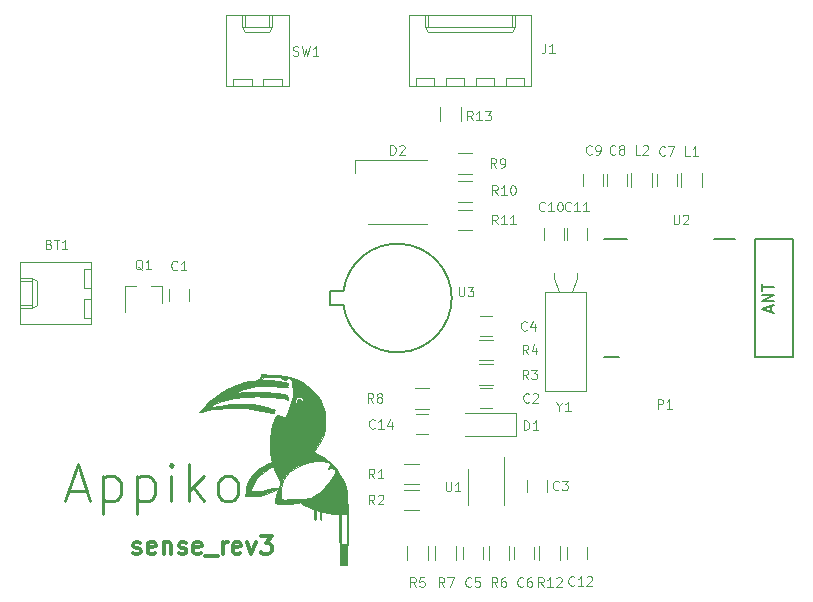
<source format=gto>
G04 #@! TF.FileFunction,Legend,Top*
%FSLAX46Y46*%
G04 Gerber Fmt 4.6, Leading zero omitted, Abs format (unit mm)*
G04 Created by KiCad (PCBNEW 4.0.7) date 12/08/17 15:57:13*
%MOMM*%
%LPD*%
G01*
G04 APERTURE LIST*
%ADD10C,0.100000*%
%ADD11C,0.300000*%
%ADD12C,0.010000*%
%ADD13C,0.120000*%
%ADD14C,0.150000*%
%ADD15C,0.250000*%
G04 APERTURE END LIST*
D10*
D11*
X140642858Y-113607143D02*
X140785715Y-113678571D01*
X141071430Y-113678571D01*
X141214287Y-113607143D01*
X141285715Y-113464286D01*
X141285715Y-113392857D01*
X141214287Y-113250000D01*
X141071430Y-113178571D01*
X140857144Y-113178571D01*
X140714287Y-113107143D01*
X140642858Y-112964286D01*
X140642858Y-112892857D01*
X140714287Y-112750000D01*
X140857144Y-112678571D01*
X141071430Y-112678571D01*
X141214287Y-112750000D01*
X142500001Y-113607143D02*
X142357144Y-113678571D01*
X142071430Y-113678571D01*
X141928573Y-113607143D01*
X141857144Y-113464286D01*
X141857144Y-112892857D01*
X141928573Y-112750000D01*
X142071430Y-112678571D01*
X142357144Y-112678571D01*
X142500001Y-112750000D01*
X142571430Y-112892857D01*
X142571430Y-113035714D01*
X141857144Y-113178571D01*
X143214287Y-112678571D02*
X143214287Y-113678571D01*
X143214287Y-112821429D02*
X143285715Y-112750000D01*
X143428573Y-112678571D01*
X143642858Y-112678571D01*
X143785715Y-112750000D01*
X143857144Y-112892857D01*
X143857144Y-113678571D01*
X144500001Y-113607143D02*
X144642858Y-113678571D01*
X144928573Y-113678571D01*
X145071430Y-113607143D01*
X145142858Y-113464286D01*
X145142858Y-113392857D01*
X145071430Y-113250000D01*
X144928573Y-113178571D01*
X144714287Y-113178571D01*
X144571430Y-113107143D01*
X144500001Y-112964286D01*
X144500001Y-112892857D01*
X144571430Y-112750000D01*
X144714287Y-112678571D01*
X144928573Y-112678571D01*
X145071430Y-112750000D01*
X146357144Y-113607143D02*
X146214287Y-113678571D01*
X145928573Y-113678571D01*
X145785716Y-113607143D01*
X145714287Y-113464286D01*
X145714287Y-112892857D01*
X145785716Y-112750000D01*
X145928573Y-112678571D01*
X146214287Y-112678571D01*
X146357144Y-112750000D01*
X146428573Y-112892857D01*
X146428573Y-113035714D01*
X145714287Y-113178571D01*
X146714287Y-113821429D02*
X147857144Y-113821429D01*
X148214287Y-113678571D02*
X148214287Y-112678571D01*
X148214287Y-112964286D02*
X148285715Y-112821429D01*
X148357144Y-112750000D01*
X148500001Y-112678571D01*
X148642858Y-112678571D01*
X149714286Y-113607143D02*
X149571429Y-113678571D01*
X149285715Y-113678571D01*
X149142858Y-113607143D01*
X149071429Y-113464286D01*
X149071429Y-112892857D01*
X149142858Y-112750000D01*
X149285715Y-112678571D01*
X149571429Y-112678571D01*
X149714286Y-112750000D01*
X149785715Y-112892857D01*
X149785715Y-113035714D01*
X149071429Y-113178571D01*
X150285715Y-112678571D02*
X150642858Y-113678571D01*
X151000000Y-112678571D01*
X151428572Y-112178571D02*
X152357143Y-112178571D01*
X151857143Y-112750000D01*
X152071429Y-112750000D01*
X152214286Y-112821429D01*
X152285715Y-112892857D01*
X152357143Y-113035714D01*
X152357143Y-113392857D01*
X152285715Y-113535714D01*
X152214286Y-113607143D01*
X152071429Y-113678571D01*
X151642857Y-113678571D01*
X151500000Y-113607143D01*
X151428572Y-113535714D01*
D12*
G36*
X151798149Y-98431476D02*
X151879924Y-98453429D01*
X151890400Y-98466472D01*
X151937736Y-98484269D01*
X152065920Y-98498708D01*
X152254212Y-98508104D01*
X152436500Y-98510859D01*
X152918577Y-98537586D01*
X153429595Y-98611731D01*
X153937283Y-98726037D01*
X154409371Y-98873250D01*
X154811056Y-99044821D01*
X155289684Y-99335620D01*
X155731581Y-99696441D01*
X156110806Y-100104722D01*
X156257158Y-100302400D01*
X156415997Y-100545608D01*
X156535307Y-100759073D01*
X156635095Y-100983512D01*
X156735372Y-101259646D01*
X156752480Y-101310393D01*
X156805310Y-101478763D01*
X156841713Y-101630367D01*
X156864661Y-101790904D01*
X156877129Y-101986076D01*
X156882089Y-102241584D01*
X156882698Y-102436000D01*
X156880824Y-102740565D01*
X156873227Y-102969240D01*
X156856945Y-103147693D01*
X156829014Y-103301597D01*
X156786474Y-103456623D01*
X156752982Y-103560026D01*
X156636330Y-103882949D01*
X156517496Y-104146262D01*
X156375395Y-104390179D01*
X156188946Y-104654918D01*
X156156154Y-104698509D01*
X156040806Y-104854417D01*
X155956031Y-104975782D01*
X155915158Y-105043237D01*
X155913811Y-105050639D01*
X155964373Y-105076034D01*
X156081523Y-105130699D01*
X156227545Y-105197201D01*
X156629547Y-105416928D01*
X157039140Y-105709693D01*
X157429821Y-106052826D01*
X157775081Y-106423658D01*
X157983047Y-106698589D01*
X158298446Y-107223750D01*
X158532004Y-107757928D01*
X158699489Y-108338333D01*
X158722161Y-108442527D01*
X158745512Y-108613030D01*
X158764916Y-108875950D01*
X158780292Y-109222178D01*
X158791559Y-109642603D01*
X158798637Y-110128117D01*
X158801443Y-110669611D01*
X158799897Y-111257974D01*
X158793919Y-111884097D01*
X158783426Y-112538872D01*
X158768338Y-113213188D01*
X158765555Y-113319900D01*
X158732131Y-114577200D01*
X158155068Y-114577200D01*
X158121644Y-113319900D01*
X158111699Y-112906328D01*
X158102921Y-112465810D01*
X158095780Y-112028112D01*
X158090742Y-111622999D01*
X158088278Y-111280237D01*
X158088110Y-111189412D01*
X158088000Y-110316225D01*
X157872100Y-110290003D01*
X157717406Y-110271268D01*
X157617515Y-110259200D01*
X158189600Y-110259200D01*
X158189600Y-112850000D01*
X158697600Y-112850000D01*
X158697600Y-110259200D01*
X158189600Y-110259200D01*
X157617515Y-110259200D01*
X157503146Y-110245383D01*
X157270626Y-110217339D01*
X157224400Y-110211770D01*
X157011313Y-110183969D01*
X156825688Y-110155938D01*
X156699545Y-110132627D01*
X156678300Y-110127354D01*
X156617355Y-110115762D01*
X156583137Y-110138203D01*
X156567949Y-110215128D01*
X156564096Y-110366982D01*
X156564000Y-110431075D01*
X156556936Y-110605954D01*
X156538170Y-110725949D01*
X156513200Y-110767200D01*
X156487047Y-110720275D01*
X156469008Y-110594776D01*
X156462400Y-110416569D01*
X156460495Y-110231715D01*
X156447976Y-110122531D01*
X156414635Y-110063087D01*
X156350265Y-110027452D01*
X156302419Y-110010169D01*
X156188794Y-109972228D01*
X156126454Y-109954563D01*
X156124619Y-109954400D01*
X156116343Y-110001190D01*
X156110111Y-110125531D01*
X156106978Y-110303380D01*
X156106800Y-110360800D01*
X156103210Y-110569320D01*
X156090188Y-110694461D01*
X156064350Y-110754262D01*
X156030600Y-110767200D01*
X155992411Y-110748701D01*
X155969080Y-110681382D01*
X155957459Y-110547511D01*
X155954400Y-110337843D01*
X155954400Y-109908487D01*
X155521926Y-109705823D01*
X155309981Y-109602328D01*
X155114955Y-109499791D01*
X154968447Y-109415088D01*
X154930501Y-109389976D01*
X154824235Y-109323088D01*
X154732893Y-109302373D01*
X154610705Y-109322217D01*
X154537475Y-109341769D01*
X154362387Y-109375492D01*
X154115371Y-109403924D01*
X153826027Y-109425605D01*
X153523955Y-109439071D01*
X153238754Y-109442860D01*
X153000024Y-109435511D01*
X152880710Y-109423611D01*
X152639210Y-109387396D01*
X152673065Y-109056946D01*
X152708361Y-108830528D01*
X152763297Y-108598301D01*
X152776945Y-108555850D01*
X153129540Y-108555850D01*
X153136720Y-108772959D01*
X153148535Y-108909695D01*
X153170827Y-108987275D01*
X153209440Y-109026918D01*
X153265138Y-109048344D01*
X153403185Y-109067343D01*
X153563820Y-109061924D01*
X153566800Y-109061535D01*
X153675005Y-109052250D01*
X153864325Y-109041232D01*
X154114314Y-109029460D01*
X154404521Y-109017913D01*
X154659000Y-109009272D01*
X154987942Y-108998228D01*
X155232897Y-108987036D01*
X155411451Y-108973231D01*
X155541188Y-108954350D01*
X155639697Y-108927931D01*
X155724561Y-108891510D01*
X155802000Y-108849185D01*
X156375347Y-108465975D01*
X156869673Y-108020068D01*
X157288991Y-107507315D01*
X157606526Y-106983412D01*
X157845136Y-106527024D01*
X157675992Y-106458006D01*
X157463226Y-106413359D01*
X157310067Y-106420455D01*
X157113284Y-106451922D01*
X157219642Y-106316710D01*
X157313595Y-106168045D01*
X157328823Y-106052451D01*
X157259943Y-105963920D01*
X157101571Y-105896447D01*
X156848326Y-105844022D01*
X156788163Y-105835143D01*
X156208188Y-105804150D01*
X155631013Y-105872558D01*
X155064932Y-106038317D01*
X154518234Y-106299377D01*
X154262503Y-106459723D01*
X153865208Y-106762019D01*
X153561690Y-107071558D01*
X153344358Y-107402386D01*
X153205616Y-107768555D01*
X153137871Y-108184112D01*
X153129540Y-108555850D01*
X152776945Y-108555850D01*
X152805455Y-108467176D01*
X152864995Y-108288725D01*
X152874345Y-108193916D01*
X152832659Y-108177572D01*
X152764263Y-108215901D01*
X152346293Y-108455185D01*
X151863567Y-108631774D01*
X151335034Y-108740561D01*
X150779641Y-108776437D01*
X150689919Y-108775079D01*
X150137800Y-108760600D01*
X150149568Y-108447496D01*
X150186428Y-108203947D01*
X150631379Y-108203947D01*
X150645253Y-108305794D01*
X150727545Y-108358690D01*
X150891572Y-108376988D01*
X150987105Y-108377815D01*
X151225264Y-108364651D01*
X151482097Y-108332992D01*
X151611000Y-108309170D01*
X151817382Y-108256594D01*
X152018487Y-108193739D01*
X152119000Y-108155664D01*
X152386008Y-108089435D01*
X152651068Y-108080791D01*
X152979936Y-108092563D01*
X153054651Y-107851977D01*
X153096385Y-107700154D01*
X153101186Y-107601950D01*
X153067767Y-107515846D01*
X153042969Y-107474796D01*
X152950547Y-107312672D01*
X152837021Y-107090578D01*
X152719015Y-106842877D01*
X152613150Y-106603935D01*
X152566650Y-106490051D01*
X152473274Y-106251503D01*
X152246746Y-106352923D01*
X152109049Y-106419691D01*
X152014521Y-106475024D01*
X151993408Y-106493224D01*
X151939240Y-106541505D01*
X151828331Y-106624440D01*
X151733433Y-106690697D01*
X151375985Y-106979668D01*
X151066623Y-107320566D01*
X150823278Y-107690602D01*
X150672609Y-108038795D01*
X150631379Y-108203947D01*
X150186428Y-108203947D01*
X150212355Y-108032637D01*
X150364882Y-107608539D01*
X150598981Y-107193102D01*
X150892390Y-106819582D01*
X151121114Y-106600213D01*
X151398070Y-106382323D01*
X151692446Y-106186974D01*
X151973431Y-106035230D01*
X152136092Y-105969359D01*
X152380710Y-105888110D01*
X152310442Y-105571755D01*
X152232051Y-105060058D01*
X152206500Y-104495822D01*
X152231522Y-103909518D01*
X152304853Y-103331615D01*
X152424224Y-102792581D01*
X152544301Y-102427770D01*
X152638116Y-102185218D01*
X152707920Y-102024480D01*
X152771247Y-101934651D01*
X152845631Y-101904827D01*
X152948607Y-101924105D01*
X153097710Y-101981580D01*
X153196876Y-102021973D01*
X153461952Y-102128437D01*
X153644354Y-101817214D01*
X153866672Y-101358565D01*
X154028886Y-100855765D01*
X154070393Y-100635391D01*
X154339998Y-100635391D01*
X154357430Y-100798818D01*
X154470969Y-100943894D01*
X154557400Y-101003042D01*
X154641406Y-101047537D01*
X154704275Y-101053738D01*
X154786389Y-101016598D01*
X154874900Y-100963356D01*
X155004531Y-100835661D01*
X155042237Y-100677604D01*
X154985502Y-100507075D01*
X154946720Y-100452460D01*
X154813556Y-100359794D01*
X154650217Y-100341379D01*
X154494941Y-100396345D01*
X154421393Y-100464390D01*
X154339998Y-100635391D01*
X154070393Y-100635391D01*
X154127361Y-100332933D01*
X154158460Y-99814190D01*
X154118546Y-99323656D01*
X154060374Y-99057800D01*
X154012527Y-98921238D01*
X153962901Y-98829866D01*
X153950273Y-98817277D01*
X153838240Y-98780386D01*
X153721569Y-98796155D01*
X153648874Y-98857716D01*
X153647961Y-98859988D01*
X153580240Y-98912865D01*
X153455389Y-98901025D01*
X153291292Y-98828270D01*
X153188898Y-98762322D01*
X153112093Y-98714567D01*
X153026382Y-98682804D01*
X152909942Y-98663885D01*
X152740951Y-98654662D01*
X152497586Y-98651989D01*
X152423800Y-98651974D01*
X152159757Y-98653868D01*
X151973907Y-98661397D01*
X151842860Y-98678218D01*
X151743226Y-98707984D01*
X151651617Y-98754350D01*
X151611000Y-98778974D01*
X151407800Y-98905400D01*
X151788800Y-98916637D01*
X152074137Y-98931905D01*
X152387883Y-98960084D01*
X152709830Y-98998130D01*
X153019772Y-99042998D01*
X153297502Y-99091643D01*
X153522815Y-99141023D01*
X153675505Y-99188093D01*
X153713341Y-99206579D01*
X153740125Y-99280218D01*
X153718516Y-99364398D01*
X153695474Y-99456598D01*
X153707757Y-99491144D01*
X153702198Y-99512664D01*
X153656312Y-99544126D01*
X153558655Y-99565601D01*
X153388662Y-99553012D01*
X153185588Y-99516569D01*
X152489120Y-99418443D01*
X151765588Y-99407535D01*
X151006667Y-99484137D01*
X150336351Y-99616176D01*
X150047675Y-99691881D01*
X149783671Y-99774509D01*
X149559445Y-99857921D01*
X149390103Y-99935973D01*
X149290752Y-100002525D01*
X149273998Y-100048074D01*
X149328804Y-100082409D01*
X149344219Y-100077619D01*
X149441482Y-100047779D01*
X149623054Y-100019820D01*
X149871647Y-99994594D01*
X150169976Y-99972949D01*
X150500753Y-99955737D01*
X150846693Y-99943808D01*
X151190508Y-99938011D01*
X151514912Y-99939196D01*
X151802620Y-99948215D01*
X151882527Y-99952790D01*
X152129630Y-99972953D01*
X152406988Y-100002239D01*
X152695662Y-100037862D01*
X152976710Y-100077034D01*
X153231191Y-100116969D01*
X153440165Y-100154880D01*
X153584691Y-100187979D01*
X153644746Y-100212093D01*
X153665106Y-100265329D01*
X153699704Y-100380427D01*
X153710713Y-100420039D01*
X153741213Y-100543807D01*
X153732411Y-100593931D01*
X153672066Y-100594698D01*
X153627127Y-100585881D01*
X153207633Y-100502290D01*
X152855632Y-100439387D01*
X152542861Y-100394351D01*
X152241054Y-100364361D01*
X151921948Y-100346595D01*
X151557281Y-100338233D01*
X151128400Y-100336441D01*
X150695068Y-100338999D01*
X150338893Y-100347271D01*
X150035488Y-100363623D01*
X149760464Y-100390423D01*
X149489434Y-100430038D01*
X149198010Y-100484833D01*
X148867800Y-100555839D01*
X148519206Y-100644248D01*
X148138890Y-100758213D01*
X147768100Y-100884382D01*
X147448083Y-101009402D01*
X147394600Y-101032738D01*
X147039000Y-101191400D01*
X147216800Y-101219455D01*
X147351249Y-101227765D01*
X147444049Y-101210875D01*
X147450074Y-101207196D01*
X147515687Y-101184875D01*
X147529845Y-101191179D01*
X147586643Y-101192194D01*
X147721307Y-101175984D01*
X147912140Y-101145561D01*
X148083971Y-101114292D01*
X148856182Y-100993036D01*
X149555915Y-100937898D01*
X150181190Y-100949014D01*
X150311052Y-100960622D01*
X150754817Y-101013650D01*
X151183749Y-101077893D01*
X151571450Y-101148855D01*
X151891525Y-101222039D01*
X151966600Y-101242653D01*
X152167813Y-101298925D01*
X152372297Y-101353512D01*
X152437146Y-101370072D01*
X152569164Y-101409381D01*
X152620232Y-101449081D01*
X152609635Y-101506156D01*
X152604033Y-101517052D01*
X152574130Y-101602498D01*
X152579214Y-101634681D01*
X152568589Y-101682439D01*
X152539327Y-101712728D01*
X152467948Y-101731083D01*
X152327979Y-101718062D01*
X152108137Y-101672262D01*
X152000233Y-101645700D01*
X151074942Y-101449310D01*
X150153501Y-101328064D01*
X149255716Y-101283820D01*
X148459892Y-101313367D01*
X147893245Y-101368314D01*
X147403359Y-101433799D01*
X146965620Y-101513591D01*
X146614203Y-101595985D01*
X146440064Y-101636172D01*
X146302254Y-101658998D01*
X146235070Y-101660023D01*
X146240802Y-101618728D01*
X146312007Y-101523125D01*
X146436679Y-101384629D01*
X146602814Y-101214655D01*
X146798405Y-101024619D01*
X147011447Y-100825937D01*
X147229934Y-100630024D01*
X147441862Y-100448296D01*
X147635225Y-100292168D01*
X147798016Y-100173055D01*
X147801000Y-100171047D01*
X148168323Y-99941473D01*
X148568759Y-99720561D01*
X148974996Y-99521587D01*
X149359722Y-99357829D01*
X149695623Y-99242565D01*
X149731400Y-99232611D01*
X150122570Y-99132188D01*
X150444328Y-99061832D01*
X150722492Y-99016191D01*
X150845070Y-99001802D01*
X151117061Y-98954597D01*
X151299879Y-98874415D01*
X151402316Y-98755203D01*
X151433200Y-98596912D01*
X151438290Y-98489927D01*
X151471993Y-98439265D01*
X151561956Y-98423869D01*
X151661800Y-98422800D01*
X151798149Y-98431476D01*
X151798149Y-98431476D01*
G37*
X151798149Y-98431476D02*
X151879924Y-98453429D01*
X151890400Y-98466472D01*
X151937736Y-98484269D01*
X152065920Y-98498708D01*
X152254212Y-98508104D01*
X152436500Y-98510859D01*
X152918577Y-98537586D01*
X153429595Y-98611731D01*
X153937283Y-98726037D01*
X154409371Y-98873250D01*
X154811056Y-99044821D01*
X155289684Y-99335620D01*
X155731581Y-99696441D01*
X156110806Y-100104722D01*
X156257158Y-100302400D01*
X156415997Y-100545608D01*
X156535307Y-100759073D01*
X156635095Y-100983512D01*
X156735372Y-101259646D01*
X156752480Y-101310393D01*
X156805310Y-101478763D01*
X156841713Y-101630367D01*
X156864661Y-101790904D01*
X156877129Y-101986076D01*
X156882089Y-102241584D01*
X156882698Y-102436000D01*
X156880824Y-102740565D01*
X156873227Y-102969240D01*
X156856945Y-103147693D01*
X156829014Y-103301597D01*
X156786474Y-103456623D01*
X156752982Y-103560026D01*
X156636330Y-103882949D01*
X156517496Y-104146262D01*
X156375395Y-104390179D01*
X156188946Y-104654918D01*
X156156154Y-104698509D01*
X156040806Y-104854417D01*
X155956031Y-104975782D01*
X155915158Y-105043237D01*
X155913811Y-105050639D01*
X155964373Y-105076034D01*
X156081523Y-105130699D01*
X156227545Y-105197201D01*
X156629547Y-105416928D01*
X157039140Y-105709693D01*
X157429821Y-106052826D01*
X157775081Y-106423658D01*
X157983047Y-106698589D01*
X158298446Y-107223750D01*
X158532004Y-107757928D01*
X158699489Y-108338333D01*
X158722161Y-108442527D01*
X158745512Y-108613030D01*
X158764916Y-108875950D01*
X158780292Y-109222178D01*
X158791559Y-109642603D01*
X158798637Y-110128117D01*
X158801443Y-110669611D01*
X158799897Y-111257974D01*
X158793919Y-111884097D01*
X158783426Y-112538872D01*
X158768338Y-113213188D01*
X158765555Y-113319900D01*
X158732131Y-114577200D01*
X158155068Y-114577200D01*
X158121644Y-113319900D01*
X158111699Y-112906328D01*
X158102921Y-112465810D01*
X158095780Y-112028112D01*
X158090742Y-111622999D01*
X158088278Y-111280237D01*
X158088110Y-111189412D01*
X158088000Y-110316225D01*
X157872100Y-110290003D01*
X157717406Y-110271268D01*
X157617515Y-110259200D01*
X158189600Y-110259200D01*
X158189600Y-112850000D01*
X158697600Y-112850000D01*
X158697600Y-110259200D01*
X158189600Y-110259200D01*
X157617515Y-110259200D01*
X157503146Y-110245383D01*
X157270626Y-110217339D01*
X157224400Y-110211770D01*
X157011313Y-110183969D01*
X156825688Y-110155938D01*
X156699545Y-110132627D01*
X156678300Y-110127354D01*
X156617355Y-110115762D01*
X156583137Y-110138203D01*
X156567949Y-110215128D01*
X156564096Y-110366982D01*
X156564000Y-110431075D01*
X156556936Y-110605954D01*
X156538170Y-110725949D01*
X156513200Y-110767200D01*
X156487047Y-110720275D01*
X156469008Y-110594776D01*
X156462400Y-110416569D01*
X156460495Y-110231715D01*
X156447976Y-110122531D01*
X156414635Y-110063087D01*
X156350265Y-110027452D01*
X156302419Y-110010169D01*
X156188794Y-109972228D01*
X156126454Y-109954563D01*
X156124619Y-109954400D01*
X156116343Y-110001190D01*
X156110111Y-110125531D01*
X156106978Y-110303380D01*
X156106800Y-110360800D01*
X156103210Y-110569320D01*
X156090188Y-110694461D01*
X156064350Y-110754262D01*
X156030600Y-110767200D01*
X155992411Y-110748701D01*
X155969080Y-110681382D01*
X155957459Y-110547511D01*
X155954400Y-110337843D01*
X155954400Y-109908487D01*
X155521926Y-109705823D01*
X155309981Y-109602328D01*
X155114955Y-109499791D01*
X154968447Y-109415088D01*
X154930501Y-109389976D01*
X154824235Y-109323088D01*
X154732893Y-109302373D01*
X154610705Y-109322217D01*
X154537475Y-109341769D01*
X154362387Y-109375492D01*
X154115371Y-109403924D01*
X153826027Y-109425605D01*
X153523955Y-109439071D01*
X153238754Y-109442860D01*
X153000024Y-109435511D01*
X152880710Y-109423611D01*
X152639210Y-109387396D01*
X152673065Y-109056946D01*
X152708361Y-108830528D01*
X152763297Y-108598301D01*
X152776945Y-108555850D01*
X153129540Y-108555850D01*
X153136720Y-108772959D01*
X153148535Y-108909695D01*
X153170827Y-108987275D01*
X153209440Y-109026918D01*
X153265138Y-109048344D01*
X153403185Y-109067343D01*
X153563820Y-109061924D01*
X153566800Y-109061535D01*
X153675005Y-109052250D01*
X153864325Y-109041232D01*
X154114314Y-109029460D01*
X154404521Y-109017913D01*
X154659000Y-109009272D01*
X154987942Y-108998228D01*
X155232897Y-108987036D01*
X155411451Y-108973231D01*
X155541188Y-108954350D01*
X155639697Y-108927931D01*
X155724561Y-108891510D01*
X155802000Y-108849185D01*
X156375347Y-108465975D01*
X156869673Y-108020068D01*
X157288991Y-107507315D01*
X157606526Y-106983412D01*
X157845136Y-106527024D01*
X157675992Y-106458006D01*
X157463226Y-106413359D01*
X157310067Y-106420455D01*
X157113284Y-106451922D01*
X157219642Y-106316710D01*
X157313595Y-106168045D01*
X157328823Y-106052451D01*
X157259943Y-105963920D01*
X157101571Y-105896447D01*
X156848326Y-105844022D01*
X156788163Y-105835143D01*
X156208188Y-105804150D01*
X155631013Y-105872558D01*
X155064932Y-106038317D01*
X154518234Y-106299377D01*
X154262503Y-106459723D01*
X153865208Y-106762019D01*
X153561690Y-107071558D01*
X153344358Y-107402386D01*
X153205616Y-107768555D01*
X153137871Y-108184112D01*
X153129540Y-108555850D01*
X152776945Y-108555850D01*
X152805455Y-108467176D01*
X152864995Y-108288725D01*
X152874345Y-108193916D01*
X152832659Y-108177572D01*
X152764263Y-108215901D01*
X152346293Y-108455185D01*
X151863567Y-108631774D01*
X151335034Y-108740561D01*
X150779641Y-108776437D01*
X150689919Y-108775079D01*
X150137800Y-108760600D01*
X150149568Y-108447496D01*
X150186428Y-108203947D01*
X150631379Y-108203947D01*
X150645253Y-108305794D01*
X150727545Y-108358690D01*
X150891572Y-108376988D01*
X150987105Y-108377815D01*
X151225264Y-108364651D01*
X151482097Y-108332992D01*
X151611000Y-108309170D01*
X151817382Y-108256594D01*
X152018487Y-108193739D01*
X152119000Y-108155664D01*
X152386008Y-108089435D01*
X152651068Y-108080791D01*
X152979936Y-108092563D01*
X153054651Y-107851977D01*
X153096385Y-107700154D01*
X153101186Y-107601950D01*
X153067767Y-107515846D01*
X153042969Y-107474796D01*
X152950547Y-107312672D01*
X152837021Y-107090578D01*
X152719015Y-106842877D01*
X152613150Y-106603935D01*
X152566650Y-106490051D01*
X152473274Y-106251503D01*
X152246746Y-106352923D01*
X152109049Y-106419691D01*
X152014521Y-106475024D01*
X151993408Y-106493224D01*
X151939240Y-106541505D01*
X151828331Y-106624440D01*
X151733433Y-106690697D01*
X151375985Y-106979668D01*
X151066623Y-107320566D01*
X150823278Y-107690602D01*
X150672609Y-108038795D01*
X150631379Y-108203947D01*
X150186428Y-108203947D01*
X150212355Y-108032637D01*
X150364882Y-107608539D01*
X150598981Y-107193102D01*
X150892390Y-106819582D01*
X151121114Y-106600213D01*
X151398070Y-106382323D01*
X151692446Y-106186974D01*
X151973431Y-106035230D01*
X152136092Y-105969359D01*
X152380710Y-105888110D01*
X152310442Y-105571755D01*
X152232051Y-105060058D01*
X152206500Y-104495822D01*
X152231522Y-103909518D01*
X152304853Y-103331615D01*
X152424224Y-102792581D01*
X152544301Y-102427770D01*
X152638116Y-102185218D01*
X152707920Y-102024480D01*
X152771247Y-101934651D01*
X152845631Y-101904827D01*
X152948607Y-101924105D01*
X153097710Y-101981580D01*
X153196876Y-102021973D01*
X153461952Y-102128437D01*
X153644354Y-101817214D01*
X153866672Y-101358565D01*
X154028886Y-100855765D01*
X154070393Y-100635391D01*
X154339998Y-100635391D01*
X154357430Y-100798818D01*
X154470969Y-100943894D01*
X154557400Y-101003042D01*
X154641406Y-101047537D01*
X154704275Y-101053738D01*
X154786389Y-101016598D01*
X154874900Y-100963356D01*
X155004531Y-100835661D01*
X155042237Y-100677604D01*
X154985502Y-100507075D01*
X154946720Y-100452460D01*
X154813556Y-100359794D01*
X154650217Y-100341379D01*
X154494941Y-100396345D01*
X154421393Y-100464390D01*
X154339998Y-100635391D01*
X154070393Y-100635391D01*
X154127361Y-100332933D01*
X154158460Y-99814190D01*
X154118546Y-99323656D01*
X154060374Y-99057800D01*
X154012527Y-98921238D01*
X153962901Y-98829866D01*
X153950273Y-98817277D01*
X153838240Y-98780386D01*
X153721569Y-98796155D01*
X153648874Y-98857716D01*
X153647961Y-98859988D01*
X153580240Y-98912865D01*
X153455389Y-98901025D01*
X153291292Y-98828270D01*
X153188898Y-98762322D01*
X153112093Y-98714567D01*
X153026382Y-98682804D01*
X152909942Y-98663885D01*
X152740951Y-98654662D01*
X152497586Y-98651989D01*
X152423800Y-98651974D01*
X152159757Y-98653868D01*
X151973907Y-98661397D01*
X151842860Y-98678218D01*
X151743226Y-98707984D01*
X151651617Y-98754350D01*
X151611000Y-98778974D01*
X151407800Y-98905400D01*
X151788800Y-98916637D01*
X152074137Y-98931905D01*
X152387883Y-98960084D01*
X152709830Y-98998130D01*
X153019772Y-99042998D01*
X153297502Y-99091643D01*
X153522815Y-99141023D01*
X153675505Y-99188093D01*
X153713341Y-99206579D01*
X153740125Y-99280218D01*
X153718516Y-99364398D01*
X153695474Y-99456598D01*
X153707757Y-99491144D01*
X153702198Y-99512664D01*
X153656312Y-99544126D01*
X153558655Y-99565601D01*
X153388662Y-99553012D01*
X153185588Y-99516569D01*
X152489120Y-99418443D01*
X151765588Y-99407535D01*
X151006667Y-99484137D01*
X150336351Y-99616176D01*
X150047675Y-99691881D01*
X149783671Y-99774509D01*
X149559445Y-99857921D01*
X149390103Y-99935973D01*
X149290752Y-100002525D01*
X149273998Y-100048074D01*
X149328804Y-100082409D01*
X149344219Y-100077619D01*
X149441482Y-100047779D01*
X149623054Y-100019820D01*
X149871647Y-99994594D01*
X150169976Y-99972949D01*
X150500753Y-99955737D01*
X150846693Y-99943808D01*
X151190508Y-99938011D01*
X151514912Y-99939196D01*
X151802620Y-99948215D01*
X151882527Y-99952790D01*
X152129630Y-99972953D01*
X152406988Y-100002239D01*
X152695662Y-100037862D01*
X152976710Y-100077034D01*
X153231191Y-100116969D01*
X153440165Y-100154880D01*
X153584691Y-100187979D01*
X153644746Y-100212093D01*
X153665106Y-100265329D01*
X153699704Y-100380427D01*
X153710713Y-100420039D01*
X153741213Y-100543807D01*
X153732411Y-100593931D01*
X153672066Y-100594698D01*
X153627127Y-100585881D01*
X153207633Y-100502290D01*
X152855632Y-100439387D01*
X152542861Y-100394351D01*
X152241054Y-100364361D01*
X151921948Y-100346595D01*
X151557281Y-100338233D01*
X151128400Y-100336441D01*
X150695068Y-100338999D01*
X150338893Y-100347271D01*
X150035488Y-100363623D01*
X149760464Y-100390423D01*
X149489434Y-100430038D01*
X149198010Y-100484833D01*
X148867800Y-100555839D01*
X148519206Y-100644248D01*
X148138890Y-100758213D01*
X147768100Y-100884382D01*
X147448083Y-101009402D01*
X147394600Y-101032738D01*
X147039000Y-101191400D01*
X147216800Y-101219455D01*
X147351249Y-101227765D01*
X147444049Y-101210875D01*
X147450074Y-101207196D01*
X147515687Y-101184875D01*
X147529845Y-101191179D01*
X147586643Y-101192194D01*
X147721307Y-101175984D01*
X147912140Y-101145561D01*
X148083971Y-101114292D01*
X148856182Y-100993036D01*
X149555915Y-100937898D01*
X150181190Y-100949014D01*
X150311052Y-100960622D01*
X150754817Y-101013650D01*
X151183749Y-101077893D01*
X151571450Y-101148855D01*
X151891525Y-101222039D01*
X151966600Y-101242653D01*
X152167813Y-101298925D01*
X152372297Y-101353512D01*
X152437146Y-101370072D01*
X152569164Y-101409381D01*
X152620232Y-101449081D01*
X152609635Y-101506156D01*
X152604033Y-101517052D01*
X152574130Y-101602498D01*
X152579214Y-101634681D01*
X152568589Y-101682439D01*
X152539327Y-101712728D01*
X152467948Y-101731083D01*
X152327979Y-101718062D01*
X152108137Y-101672262D01*
X152000233Y-101645700D01*
X151074942Y-101449310D01*
X150153501Y-101328064D01*
X149255716Y-101283820D01*
X148459892Y-101313367D01*
X147893245Y-101368314D01*
X147403359Y-101433799D01*
X146965620Y-101513591D01*
X146614203Y-101595985D01*
X146440064Y-101636172D01*
X146302254Y-101658998D01*
X146235070Y-101660023D01*
X146240802Y-101618728D01*
X146312007Y-101523125D01*
X146436679Y-101384629D01*
X146602814Y-101214655D01*
X146798405Y-101024619D01*
X147011447Y-100825937D01*
X147229934Y-100630024D01*
X147441862Y-100448296D01*
X147635225Y-100292168D01*
X147798016Y-100173055D01*
X147801000Y-100171047D01*
X148168323Y-99941473D01*
X148568759Y-99720561D01*
X148974996Y-99521587D01*
X149359722Y-99357829D01*
X149695623Y-99242565D01*
X149731400Y-99232611D01*
X150122570Y-99132188D01*
X150444328Y-99061832D01*
X150722492Y-99016191D01*
X150845070Y-99001802D01*
X151117061Y-98954597D01*
X151299879Y-98874415D01*
X151402316Y-98755203D01*
X151433200Y-98596912D01*
X151438290Y-98489927D01*
X151471993Y-98439265D01*
X151561956Y-98423869D01*
X151661800Y-98422800D01*
X151798149Y-98431476D01*
G36*
X154827118Y-100635471D02*
X154885553Y-100714417D01*
X154887600Y-100731832D01*
X154851391Y-100871698D01*
X154761695Y-100953216D01*
X154646907Y-100963760D01*
X154535420Y-100890708D01*
X154534023Y-100889037D01*
X154497946Y-100777505D01*
X154531659Y-100658785D01*
X154613813Y-100586675D01*
X154721477Y-100584905D01*
X154827118Y-100635471D01*
X154827118Y-100635471D01*
G37*
X154827118Y-100635471D02*
X154885553Y-100714417D01*
X154887600Y-100731832D01*
X154851391Y-100871698D01*
X154761695Y-100953216D01*
X154646907Y-100963760D01*
X154535420Y-100890708D01*
X154534023Y-100889037D01*
X154497946Y-100777505D01*
X154531659Y-100658785D01*
X154613813Y-100586675D01*
X154721477Y-100584905D01*
X154827118Y-100635471D01*
D13*
X137060000Y-88950000D02*
X131060000Y-88950000D01*
X131060000Y-88950000D02*
X131060000Y-94230000D01*
X131060000Y-94230000D02*
X137060000Y-94230000D01*
X137060000Y-94230000D02*
X137060000Y-88950000D01*
X131060000Y-90320000D02*
X132060000Y-90320000D01*
X132060000Y-90320000D02*
X132060000Y-92860000D01*
X132060000Y-92860000D02*
X131060000Y-92860000D01*
X132060000Y-90320000D02*
X132490000Y-90570000D01*
X132490000Y-90570000D02*
X132490000Y-92610000D01*
X132490000Y-92610000D02*
X132060000Y-92860000D01*
X131060000Y-90570000D02*
X132060000Y-90570000D01*
X131060000Y-92610000D02*
X132060000Y-92610000D01*
X137060000Y-89520000D02*
X136440000Y-89520000D01*
X136440000Y-89520000D02*
X136440000Y-91120000D01*
X136440000Y-91120000D02*
X137060000Y-91120000D01*
X137060000Y-92060000D02*
X136440000Y-92060000D01*
X136440000Y-92060000D02*
X136440000Y-93660000D01*
X136440000Y-93660000D02*
X137060000Y-93660000D01*
X145350000Y-92250000D02*
X145350000Y-91250000D01*
X143650000Y-91250000D02*
X143650000Y-92250000D01*
X171000000Y-99650000D02*
X170000000Y-99650000D01*
X170000000Y-101350000D02*
X171000000Y-101350000D01*
X175650000Y-108400000D02*
X175650000Y-107400000D01*
X173950000Y-107400000D02*
X173950000Y-108400000D01*
X170000000Y-95250000D02*
X171000000Y-95250000D01*
X171000000Y-93550000D02*
X170000000Y-93550000D01*
X168550000Y-113100000D02*
X168550000Y-114100000D01*
X170250000Y-114100000D02*
X170250000Y-113100000D01*
X172850000Y-113100000D02*
X172850000Y-114100000D01*
X174550000Y-114100000D02*
X174550000Y-113100000D01*
X184950000Y-81500000D02*
X184950000Y-82500000D01*
X186650000Y-82500000D02*
X186650000Y-81500000D01*
X180750000Y-81500000D02*
X180750000Y-82500000D01*
X182450000Y-82500000D02*
X182450000Y-81500000D01*
X178750000Y-81500000D02*
X178750000Y-82500000D01*
X180450000Y-82500000D02*
X180450000Y-81500000D01*
X175430000Y-86090000D02*
X175430000Y-87090000D01*
X177130000Y-87090000D02*
X177130000Y-86090000D01*
X177350000Y-86090000D02*
X177350000Y-87090000D01*
X179050000Y-87090000D02*
X179050000Y-86090000D01*
X177350000Y-113100000D02*
X177350000Y-114100000D01*
X179050000Y-114100000D02*
X179050000Y-113100000D01*
X165600000Y-101850000D02*
X164600000Y-101850000D01*
X164600000Y-103550000D02*
X165600000Y-103550000D01*
X168750000Y-103700000D02*
X173050000Y-103700000D01*
X173050000Y-103700000D02*
X173050000Y-101700000D01*
X173050000Y-101700000D02*
X168750000Y-101700000D01*
X159400000Y-80300000D02*
X165500000Y-80300000D01*
X159400000Y-81400000D02*
X159400000Y-80300000D01*
X165500000Y-85700000D02*
X160500000Y-85700000D01*
X174330000Y-74030000D02*
X174330000Y-68030000D01*
X174330000Y-68030000D02*
X163970000Y-68030000D01*
X163970000Y-68030000D02*
X163970000Y-74030000D01*
X163970000Y-74030000D02*
X174330000Y-74030000D01*
X172960000Y-68030000D02*
X172960000Y-69030000D01*
X172960000Y-69030000D02*
X165340000Y-69030000D01*
X165340000Y-69030000D02*
X165340000Y-68030000D01*
X172960000Y-69030000D02*
X172710000Y-69460000D01*
X172710000Y-69460000D02*
X165590000Y-69460000D01*
X165590000Y-69460000D02*
X165340000Y-69030000D01*
X172710000Y-68030000D02*
X172710000Y-69030000D01*
X165590000Y-68030000D02*
X165590000Y-69030000D01*
X173760000Y-74030000D02*
X173760000Y-73410000D01*
X173760000Y-73410000D02*
X172160000Y-73410000D01*
X172160000Y-73410000D02*
X172160000Y-74030000D01*
X171220000Y-74030000D02*
X171220000Y-73410000D01*
X171220000Y-73410000D02*
X169620000Y-73410000D01*
X169620000Y-73410000D02*
X169620000Y-74030000D01*
X168680000Y-74030000D02*
X168680000Y-73410000D01*
X168680000Y-73410000D02*
X167080000Y-73410000D01*
X167080000Y-73410000D02*
X167080000Y-74030000D01*
X166140000Y-74030000D02*
X166140000Y-73410000D01*
X166140000Y-73410000D02*
X164540000Y-73410000D01*
X164540000Y-73410000D02*
X164540000Y-74030000D01*
X188780000Y-81400000D02*
X188780000Y-82600000D01*
X187020000Y-82600000D02*
X187020000Y-81400000D01*
X182820000Y-82600000D02*
X182820000Y-81400000D01*
X184580000Y-81400000D02*
X184580000Y-82600000D01*
X143080000Y-90990000D02*
X142150000Y-90990000D01*
X139920000Y-90990000D02*
X140850000Y-90990000D01*
X139920000Y-90990000D02*
X139920000Y-93150000D01*
X143080000Y-90990000D02*
X143080000Y-92450000D01*
X164800000Y-107780000D02*
X163600000Y-107780000D01*
X163600000Y-106020000D02*
X164800000Y-106020000D01*
X163600000Y-108220000D02*
X164800000Y-108220000D01*
X164800000Y-109980000D02*
X163600000Y-109980000D01*
X171100000Y-99380000D02*
X169900000Y-99380000D01*
X169900000Y-97620000D02*
X171100000Y-97620000D01*
X169900000Y-95520000D02*
X171100000Y-95520000D01*
X171100000Y-97280000D02*
X169900000Y-97280000D01*
X165580000Y-113000000D02*
X165580000Y-114200000D01*
X163820000Y-114200000D02*
X163820000Y-113000000D01*
X172480000Y-113000000D02*
X172480000Y-114200000D01*
X170720000Y-114200000D02*
X170720000Y-113000000D01*
X167980000Y-113000000D02*
X167980000Y-114200000D01*
X166220000Y-114200000D02*
X166220000Y-113000000D01*
X165700000Y-101380000D02*
X164500000Y-101380000D01*
X164500000Y-99620000D02*
X165700000Y-99620000D01*
X168100000Y-79720000D02*
X169300000Y-79720000D01*
X169300000Y-81480000D02*
X168100000Y-81480000D01*
X168100000Y-82120000D02*
X169300000Y-82120000D01*
X169300000Y-83880000D02*
X168100000Y-83880000D01*
X168100000Y-84520000D02*
X169300000Y-84520000D01*
X169300000Y-86280000D02*
X168100000Y-86280000D01*
X176780000Y-113000000D02*
X176780000Y-114200000D01*
X175020000Y-114200000D02*
X175020000Y-113000000D01*
X168360000Y-75850000D02*
X168360000Y-77050000D01*
X166600000Y-77050000D02*
X166600000Y-75850000D01*
X153790000Y-74050000D02*
X153790000Y-68050000D01*
X153790000Y-68050000D02*
X148510000Y-68050000D01*
X148510000Y-68050000D02*
X148510000Y-74050000D01*
X148510000Y-74050000D02*
X153790000Y-74050000D01*
X152420000Y-68050000D02*
X152420000Y-69050000D01*
X152420000Y-69050000D02*
X149880000Y-69050000D01*
X149880000Y-69050000D02*
X149880000Y-68050000D01*
X152420000Y-69050000D02*
X152170000Y-69480000D01*
X152170000Y-69480000D02*
X150130000Y-69480000D01*
X150130000Y-69480000D02*
X149880000Y-69050000D01*
X152170000Y-68050000D02*
X152170000Y-69050000D01*
X150130000Y-68050000D02*
X150130000Y-69050000D01*
X153220000Y-74050000D02*
X153220000Y-73430000D01*
X153220000Y-73430000D02*
X151620000Y-73430000D01*
X151620000Y-73430000D02*
X151620000Y-74050000D01*
X150680000Y-74050000D02*
X150680000Y-73430000D01*
X150680000Y-73430000D02*
X149080000Y-73430000D01*
X149080000Y-73430000D02*
X149080000Y-74050000D01*
X169000000Y-109500000D02*
X169000000Y-106500000D01*
X172000000Y-109500000D02*
X172000000Y-105500000D01*
D14*
X193250000Y-97000000D02*
X193250000Y-87000000D01*
X196500000Y-87000000D02*
X196500000Y-97000000D01*
X189819400Y-86996200D02*
X191572000Y-86996200D01*
X196499600Y-86996200D02*
X193248400Y-86996200D01*
X180523000Y-86996200D02*
X182453400Y-86996200D01*
X180497600Y-97003800D02*
X181767600Y-97003800D01*
X196499600Y-97003800D02*
X193248400Y-97003800D01*
X157286000Y-91427000D02*
X157286000Y-92573000D01*
X158436000Y-92573000D02*
X157286000Y-92573000D01*
X158436000Y-91427000D02*
X157286000Y-91427000D01*
X158436887Y-92580023D02*
G75*
G03X158436000Y-91427000I4563113J580023D01*
G01*
D13*
X175540000Y-91490000D02*
X175540000Y-99890000D01*
X175540000Y-99890000D02*
X178940000Y-99890000D01*
X178940000Y-99890000D02*
X178940000Y-91490000D01*
X178940000Y-91490000D02*
X175540000Y-91490000D01*
X176695000Y-91490000D02*
X176290000Y-90340000D01*
X176290000Y-90340000D02*
X176290000Y-89890000D01*
X177785000Y-91490000D02*
X178190000Y-90340000D01*
X178190000Y-90340000D02*
X178190000Y-89890000D01*
D15*
X135178096Y-108303333D02*
X136701905Y-108303333D01*
X134873334Y-109217619D02*
X135940001Y-106017619D01*
X137006667Y-109217619D01*
X138073334Y-107084286D02*
X138073334Y-110284286D01*
X138073334Y-107236667D02*
X138378096Y-107084286D01*
X138987619Y-107084286D01*
X139292381Y-107236667D01*
X139444762Y-107389048D01*
X139597143Y-107693810D01*
X139597143Y-108608095D01*
X139444762Y-108912857D01*
X139292381Y-109065238D01*
X138987619Y-109217619D01*
X138378096Y-109217619D01*
X138073334Y-109065238D01*
X140968572Y-107084286D02*
X140968572Y-110284286D01*
X140968572Y-107236667D02*
X141273334Y-107084286D01*
X141882857Y-107084286D01*
X142187619Y-107236667D01*
X142340000Y-107389048D01*
X142492381Y-107693810D01*
X142492381Y-108608095D01*
X142340000Y-108912857D01*
X142187619Y-109065238D01*
X141882857Y-109217619D01*
X141273334Y-109217619D01*
X140968572Y-109065238D01*
X143863810Y-109217619D02*
X143863810Y-107084286D01*
X143863810Y-106017619D02*
X143711429Y-106170000D01*
X143863810Y-106322381D01*
X144016191Y-106170000D01*
X143863810Y-106017619D01*
X143863810Y-106322381D01*
X145387620Y-109217619D02*
X145387620Y-106017619D01*
X145692382Y-107998571D02*
X146606667Y-109217619D01*
X146606667Y-107084286D02*
X145387620Y-108303333D01*
X148435239Y-109217619D02*
X148130477Y-109065238D01*
X147978096Y-108912857D01*
X147825715Y-108608095D01*
X147825715Y-107693810D01*
X147978096Y-107389048D01*
X148130477Y-107236667D01*
X148435239Y-107084286D01*
X148892381Y-107084286D01*
X149197143Y-107236667D01*
X149349524Y-107389048D01*
X149501905Y-107693810D01*
X149501905Y-108608095D01*
X149349524Y-108912857D01*
X149197143Y-109065238D01*
X148892381Y-109217619D01*
X148435239Y-109217619D01*
D13*
X133497429Y-87444857D02*
X133611715Y-87482952D01*
X133649810Y-87521048D01*
X133687905Y-87597238D01*
X133687905Y-87711524D01*
X133649810Y-87787714D01*
X133611715Y-87825810D01*
X133535524Y-87863905D01*
X133230762Y-87863905D01*
X133230762Y-87063905D01*
X133497429Y-87063905D01*
X133573619Y-87102000D01*
X133611715Y-87140095D01*
X133649810Y-87216286D01*
X133649810Y-87292476D01*
X133611715Y-87368667D01*
X133573619Y-87406762D01*
X133497429Y-87444857D01*
X133230762Y-87444857D01*
X133916476Y-87063905D02*
X134373619Y-87063905D01*
X134145048Y-87863905D02*
X134145048Y-87063905D01*
X135059334Y-87863905D02*
X134602191Y-87863905D01*
X134830762Y-87863905D02*
X134830762Y-87063905D01*
X134754572Y-87178190D01*
X134678381Y-87254381D01*
X134602191Y-87292476D01*
X144366667Y-89585714D02*
X144328572Y-89623810D01*
X144214286Y-89661905D01*
X144138096Y-89661905D01*
X144023810Y-89623810D01*
X143947619Y-89547619D01*
X143909524Y-89471429D01*
X143871429Y-89319048D01*
X143871429Y-89204762D01*
X143909524Y-89052381D01*
X143947619Y-88976190D01*
X144023810Y-88900000D01*
X144138096Y-88861905D01*
X144214286Y-88861905D01*
X144328572Y-88900000D01*
X144366667Y-88938095D01*
X145128572Y-89661905D02*
X144671429Y-89661905D01*
X144900000Y-89661905D02*
X144900000Y-88861905D01*
X144823810Y-88976190D01*
X144747619Y-89052381D01*
X144671429Y-89090476D01*
X174166667Y-100785714D02*
X174128572Y-100823810D01*
X174014286Y-100861905D01*
X173938096Y-100861905D01*
X173823810Y-100823810D01*
X173747619Y-100747619D01*
X173709524Y-100671429D01*
X173671429Y-100519048D01*
X173671429Y-100404762D01*
X173709524Y-100252381D01*
X173747619Y-100176190D01*
X173823810Y-100100000D01*
X173938096Y-100061905D01*
X174014286Y-100061905D01*
X174128572Y-100100000D01*
X174166667Y-100138095D01*
X174471429Y-100138095D02*
X174509524Y-100100000D01*
X174585715Y-100061905D01*
X174776191Y-100061905D01*
X174852381Y-100100000D01*
X174890477Y-100138095D01*
X174928572Y-100214286D01*
X174928572Y-100290476D01*
X174890477Y-100404762D01*
X174433334Y-100861905D01*
X174928572Y-100861905D01*
X176666667Y-108185714D02*
X176628572Y-108223810D01*
X176514286Y-108261905D01*
X176438096Y-108261905D01*
X176323810Y-108223810D01*
X176247619Y-108147619D01*
X176209524Y-108071429D01*
X176171429Y-107919048D01*
X176171429Y-107804762D01*
X176209524Y-107652381D01*
X176247619Y-107576190D01*
X176323810Y-107500000D01*
X176438096Y-107461905D01*
X176514286Y-107461905D01*
X176628572Y-107500000D01*
X176666667Y-107538095D01*
X176933334Y-107461905D02*
X177428572Y-107461905D01*
X177161905Y-107766667D01*
X177276191Y-107766667D01*
X177352381Y-107804762D01*
X177390477Y-107842857D01*
X177428572Y-107919048D01*
X177428572Y-108109524D01*
X177390477Y-108185714D01*
X177352381Y-108223810D01*
X177276191Y-108261905D01*
X177047619Y-108261905D01*
X176971429Y-108223810D01*
X176933334Y-108185714D01*
X173966667Y-94685714D02*
X173928572Y-94723810D01*
X173814286Y-94761905D01*
X173738096Y-94761905D01*
X173623810Y-94723810D01*
X173547619Y-94647619D01*
X173509524Y-94571429D01*
X173471429Y-94419048D01*
X173471429Y-94304762D01*
X173509524Y-94152381D01*
X173547619Y-94076190D01*
X173623810Y-94000000D01*
X173738096Y-93961905D01*
X173814286Y-93961905D01*
X173928572Y-94000000D01*
X173966667Y-94038095D01*
X174652381Y-94228571D02*
X174652381Y-94761905D01*
X174461905Y-93923810D02*
X174271429Y-94495238D01*
X174766667Y-94495238D01*
X169266667Y-116385714D02*
X169228572Y-116423810D01*
X169114286Y-116461905D01*
X169038096Y-116461905D01*
X168923810Y-116423810D01*
X168847619Y-116347619D01*
X168809524Y-116271429D01*
X168771429Y-116119048D01*
X168771429Y-116004762D01*
X168809524Y-115852381D01*
X168847619Y-115776190D01*
X168923810Y-115700000D01*
X169038096Y-115661905D01*
X169114286Y-115661905D01*
X169228572Y-115700000D01*
X169266667Y-115738095D01*
X169990477Y-115661905D02*
X169609524Y-115661905D01*
X169571429Y-116042857D01*
X169609524Y-116004762D01*
X169685715Y-115966667D01*
X169876191Y-115966667D01*
X169952381Y-116004762D01*
X169990477Y-116042857D01*
X170028572Y-116119048D01*
X170028572Y-116309524D01*
X169990477Y-116385714D01*
X169952381Y-116423810D01*
X169876191Y-116461905D01*
X169685715Y-116461905D01*
X169609524Y-116423810D01*
X169571429Y-116385714D01*
X173666667Y-116385714D02*
X173628572Y-116423810D01*
X173514286Y-116461905D01*
X173438096Y-116461905D01*
X173323810Y-116423810D01*
X173247619Y-116347619D01*
X173209524Y-116271429D01*
X173171429Y-116119048D01*
X173171429Y-116004762D01*
X173209524Y-115852381D01*
X173247619Y-115776190D01*
X173323810Y-115700000D01*
X173438096Y-115661905D01*
X173514286Y-115661905D01*
X173628572Y-115700000D01*
X173666667Y-115738095D01*
X174352381Y-115661905D02*
X174200000Y-115661905D01*
X174123810Y-115700000D01*
X174085715Y-115738095D01*
X174009524Y-115852381D01*
X173971429Y-116004762D01*
X173971429Y-116309524D01*
X174009524Y-116385714D01*
X174047619Y-116423810D01*
X174123810Y-116461905D01*
X174276191Y-116461905D01*
X174352381Y-116423810D01*
X174390477Y-116385714D01*
X174428572Y-116309524D01*
X174428572Y-116119048D01*
X174390477Y-116042857D01*
X174352381Y-116004762D01*
X174276191Y-115966667D01*
X174123810Y-115966667D01*
X174047619Y-116004762D01*
X174009524Y-116042857D01*
X173971429Y-116119048D01*
X185666667Y-79885714D02*
X185628572Y-79923810D01*
X185514286Y-79961905D01*
X185438096Y-79961905D01*
X185323810Y-79923810D01*
X185247619Y-79847619D01*
X185209524Y-79771429D01*
X185171429Y-79619048D01*
X185171429Y-79504762D01*
X185209524Y-79352381D01*
X185247619Y-79276190D01*
X185323810Y-79200000D01*
X185438096Y-79161905D01*
X185514286Y-79161905D01*
X185628572Y-79200000D01*
X185666667Y-79238095D01*
X185933334Y-79161905D02*
X186466667Y-79161905D01*
X186123810Y-79961905D01*
X181466667Y-79785714D02*
X181428572Y-79823810D01*
X181314286Y-79861905D01*
X181238096Y-79861905D01*
X181123810Y-79823810D01*
X181047619Y-79747619D01*
X181009524Y-79671429D01*
X180971429Y-79519048D01*
X180971429Y-79404762D01*
X181009524Y-79252381D01*
X181047619Y-79176190D01*
X181123810Y-79100000D01*
X181238096Y-79061905D01*
X181314286Y-79061905D01*
X181428572Y-79100000D01*
X181466667Y-79138095D01*
X181923810Y-79404762D02*
X181847619Y-79366667D01*
X181809524Y-79328571D01*
X181771429Y-79252381D01*
X181771429Y-79214286D01*
X181809524Y-79138095D01*
X181847619Y-79100000D01*
X181923810Y-79061905D01*
X182076191Y-79061905D01*
X182152381Y-79100000D01*
X182190477Y-79138095D01*
X182228572Y-79214286D01*
X182228572Y-79252381D01*
X182190477Y-79328571D01*
X182152381Y-79366667D01*
X182076191Y-79404762D01*
X181923810Y-79404762D01*
X181847619Y-79442857D01*
X181809524Y-79480952D01*
X181771429Y-79557143D01*
X181771429Y-79709524D01*
X181809524Y-79785714D01*
X181847619Y-79823810D01*
X181923810Y-79861905D01*
X182076191Y-79861905D01*
X182152381Y-79823810D01*
X182190477Y-79785714D01*
X182228572Y-79709524D01*
X182228572Y-79557143D01*
X182190477Y-79480952D01*
X182152381Y-79442857D01*
X182076191Y-79404762D01*
X179466667Y-79785714D02*
X179428572Y-79823810D01*
X179314286Y-79861905D01*
X179238096Y-79861905D01*
X179123810Y-79823810D01*
X179047619Y-79747619D01*
X179009524Y-79671429D01*
X178971429Y-79519048D01*
X178971429Y-79404762D01*
X179009524Y-79252381D01*
X179047619Y-79176190D01*
X179123810Y-79100000D01*
X179238096Y-79061905D01*
X179314286Y-79061905D01*
X179428572Y-79100000D01*
X179466667Y-79138095D01*
X179847619Y-79861905D02*
X180000000Y-79861905D01*
X180076191Y-79823810D01*
X180114286Y-79785714D01*
X180190477Y-79671429D01*
X180228572Y-79519048D01*
X180228572Y-79214286D01*
X180190477Y-79138095D01*
X180152381Y-79100000D01*
X180076191Y-79061905D01*
X179923810Y-79061905D01*
X179847619Y-79100000D01*
X179809524Y-79138095D01*
X179771429Y-79214286D01*
X179771429Y-79404762D01*
X179809524Y-79480952D01*
X179847619Y-79519048D01*
X179923810Y-79557143D01*
X180076191Y-79557143D01*
X180152381Y-79519048D01*
X180190477Y-79480952D01*
X180228572Y-79404762D01*
X175485714Y-84585714D02*
X175447619Y-84623810D01*
X175333333Y-84661905D01*
X175257143Y-84661905D01*
X175142857Y-84623810D01*
X175066666Y-84547619D01*
X175028571Y-84471429D01*
X174990476Y-84319048D01*
X174990476Y-84204762D01*
X175028571Y-84052381D01*
X175066666Y-83976190D01*
X175142857Y-83900000D01*
X175257143Y-83861905D01*
X175333333Y-83861905D01*
X175447619Y-83900000D01*
X175485714Y-83938095D01*
X176247619Y-84661905D02*
X175790476Y-84661905D01*
X176019047Y-84661905D02*
X176019047Y-83861905D01*
X175942857Y-83976190D01*
X175866666Y-84052381D01*
X175790476Y-84090476D01*
X176742857Y-83861905D02*
X176819048Y-83861905D01*
X176895238Y-83900000D01*
X176933333Y-83938095D01*
X176971429Y-84014286D01*
X177009524Y-84166667D01*
X177009524Y-84357143D01*
X176971429Y-84509524D01*
X176933333Y-84585714D01*
X176895238Y-84623810D01*
X176819048Y-84661905D01*
X176742857Y-84661905D01*
X176666667Y-84623810D01*
X176628571Y-84585714D01*
X176590476Y-84509524D01*
X176552381Y-84357143D01*
X176552381Y-84166667D01*
X176590476Y-84014286D01*
X176628571Y-83938095D01*
X176666667Y-83900000D01*
X176742857Y-83861905D01*
X177685714Y-84585714D02*
X177647619Y-84623810D01*
X177533333Y-84661905D01*
X177457143Y-84661905D01*
X177342857Y-84623810D01*
X177266666Y-84547619D01*
X177228571Y-84471429D01*
X177190476Y-84319048D01*
X177190476Y-84204762D01*
X177228571Y-84052381D01*
X177266666Y-83976190D01*
X177342857Y-83900000D01*
X177457143Y-83861905D01*
X177533333Y-83861905D01*
X177647619Y-83900000D01*
X177685714Y-83938095D01*
X178447619Y-84661905D02*
X177990476Y-84661905D01*
X178219047Y-84661905D02*
X178219047Y-83861905D01*
X178142857Y-83976190D01*
X178066666Y-84052381D01*
X177990476Y-84090476D01*
X179209524Y-84661905D02*
X178752381Y-84661905D01*
X178980952Y-84661905D02*
X178980952Y-83861905D01*
X178904762Y-83976190D01*
X178828571Y-84052381D01*
X178752381Y-84090476D01*
X177985714Y-116285714D02*
X177947619Y-116323810D01*
X177833333Y-116361905D01*
X177757143Y-116361905D01*
X177642857Y-116323810D01*
X177566666Y-116247619D01*
X177528571Y-116171429D01*
X177490476Y-116019048D01*
X177490476Y-115904762D01*
X177528571Y-115752381D01*
X177566666Y-115676190D01*
X177642857Y-115600000D01*
X177757143Y-115561905D01*
X177833333Y-115561905D01*
X177947619Y-115600000D01*
X177985714Y-115638095D01*
X178747619Y-116361905D02*
X178290476Y-116361905D01*
X178519047Y-116361905D02*
X178519047Y-115561905D01*
X178442857Y-115676190D01*
X178366666Y-115752381D01*
X178290476Y-115790476D01*
X179052381Y-115638095D02*
X179090476Y-115600000D01*
X179166667Y-115561905D01*
X179357143Y-115561905D01*
X179433333Y-115600000D01*
X179471429Y-115638095D01*
X179509524Y-115714286D01*
X179509524Y-115790476D01*
X179471429Y-115904762D01*
X179014286Y-116361905D01*
X179509524Y-116361905D01*
X161085714Y-102985714D02*
X161047619Y-103023810D01*
X160933333Y-103061905D01*
X160857143Y-103061905D01*
X160742857Y-103023810D01*
X160666666Y-102947619D01*
X160628571Y-102871429D01*
X160590476Y-102719048D01*
X160590476Y-102604762D01*
X160628571Y-102452381D01*
X160666666Y-102376190D01*
X160742857Y-102300000D01*
X160857143Y-102261905D01*
X160933333Y-102261905D01*
X161047619Y-102300000D01*
X161085714Y-102338095D01*
X161847619Y-103061905D02*
X161390476Y-103061905D01*
X161619047Y-103061905D02*
X161619047Y-102261905D01*
X161542857Y-102376190D01*
X161466666Y-102452381D01*
X161390476Y-102490476D01*
X162533333Y-102528571D02*
X162533333Y-103061905D01*
X162342857Y-102223810D02*
X162152381Y-102795238D01*
X162647619Y-102795238D01*
X173709524Y-103161905D02*
X173709524Y-102361905D01*
X173900000Y-102361905D01*
X174014286Y-102400000D01*
X174090477Y-102476190D01*
X174128572Y-102552381D01*
X174166667Y-102704762D01*
X174166667Y-102819048D01*
X174128572Y-102971429D01*
X174090477Y-103047619D01*
X174014286Y-103123810D01*
X173900000Y-103161905D01*
X173709524Y-103161905D01*
X174928572Y-103161905D02*
X174471429Y-103161905D01*
X174700000Y-103161905D02*
X174700000Y-102361905D01*
X174623810Y-102476190D01*
X174547619Y-102552381D01*
X174471429Y-102590476D01*
X162409524Y-79861905D02*
X162409524Y-79061905D01*
X162600000Y-79061905D01*
X162714286Y-79100000D01*
X162790477Y-79176190D01*
X162828572Y-79252381D01*
X162866667Y-79404762D01*
X162866667Y-79519048D01*
X162828572Y-79671429D01*
X162790477Y-79747619D01*
X162714286Y-79823810D01*
X162600000Y-79861905D01*
X162409524Y-79861905D01*
X163171429Y-79138095D02*
X163209524Y-79100000D01*
X163285715Y-79061905D01*
X163476191Y-79061905D01*
X163552381Y-79100000D01*
X163590477Y-79138095D01*
X163628572Y-79214286D01*
X163628572Y-79290476D01*
X163590477Y-79404762D01*
X163133334Y-79861905D01*
X163628572Y-79861905D01*
X175533334Y-70461905D02*
X175533334Y-71033333D01*
X175495238Y-71147619D01*
X175419048Y-71223810D01*
X175304762Y-71261905D01*
X175228572Y-71261905D01*
X176333334Y-71261905D02*
X175876191Y-71261905D01*
X176104762Y-71261905D02*
X176104762Y-70461905D01*
X176028572Y-70576190D01*
X175952381Y-70652381D01*
X175876191Y-70690476D01*
X187766667Y-79961905D02*
X187385714Y-79961905D01*
X187385714Y-79161905D01*
X188452381Y-79961905D02*
X187995238Y-79961905D01*
X188223809Y-79961905D02*
X188223809Y-79161905D01*
X188147619Y-79276190D01*
X188071428Y-79352381D01*
X187995238Y-79390476D01*
X183566667Y-79861905D02*
X183185714Y-79861905D01*
X183185714Y-79061905D01*
X183795238Y-79138095D02*
X183833333Y-79100000D01*
X183909524Y-79061905D01*
X184100000Y-79061905D01*
X184176190Y-79100000D01*
X184214286Y-79138095D01*
X184252381Y-79214286D01*
X184252381Y-79290476D01*
X184214286Y-79404762D01*
X183757143Y-79861905D01*
X184252381Y-79861905D01*
X185039524Y-101361903D02*
X185039524Y-100561903D01*
X185344286Y-100561903D01*
X185420477Y-100599998D01*
X185458572Y-100638093D01*
X185496667Y-100714284D01*
X185496667Y-100828569D01*
X185458572Y-100904760D01*
X185420477Y-100942855D01*
X185344286Y-100980950D01*
X185039524Y-100980950D01*
X186258572Y-101361903D02*
X185801429Y-101361903D01*
X186030000Y-101361903D02*
X186030000Y-100561903D01*
X185953810Y-100676188D01*
X185877619Y-100752379D01*
X185801429Y-100790474D01*
X141423810Y-89638095D02*
X141347619Y-89600000D01*
X141271429Y-89523810D01*
X141157143Y-89409524D01*
X141080952Y-89371429D01*
X141004762Y-89371429D01*
X141042857Y-89561905D02*
X140966667Y-89523810D01*
X140890476Y-89447619D01*
X140852381Y-89295238D01*
X140852381Y-89028571D01*
X140890476Y-88876190D01*
X140966667Y-88800000D01*
X141042857Y-88761905D01*
X141195238Y-88761905D01*
X141271429Y-88800000D01*
X141347619Y-88876190D01*
X141385714Y-89028571D01*
X141385714Y-89295238D01*
X141347619Y-89447619D01*
X141271429Y-89523810D01*
X141195238Y-89561905D01*
X141042857Y-89561905D01*
X142147619Y-89561905D02*
X141690476Y-89561905D01*
X141919047Y-89561905D02*
X141919047Y-88761905D01*
X141842857Y-88876190D01*
X141766666Y-88952381D01*
X141690476Y-88990476D01*
X161066667Y-107261905D02*
X160800000Y-106880952D01*
X160609524Y-107261905D02*
X160609524Y-106461905D01*
X160914286Y-106461905D01*
X160990477Y-106500000D01*
X161028572Y-106538095D01*
X161066667Y-106614286D01*
X161066667Y-106728571D01*
X161028572Y-106804762D01*
X160990477Y-106842857D01*
X160914286Y-106880952D01*
X160609524Y-106880952D01*
X161828572Y-107261905D02*
X161371429Y-107261905D01*
X161600000Y-107261905D02*
X161600000Y-106461905D01*
X161523810Y-106576190D01*
X161447619Y-106652381D01*
X161371429Y-106690476D01*
X161066667Y-109461905D02*
X160800000Y-109080952D01*
X160609524Y-109461905D02*
X160609524Y-108661905D01*
X160914286Y-108661905D01*
X160990477Y-108700000D01*
X161028572Y-108738095D01*
X161066667Y-108814286D01*
X161066667Y-108928571D01*
X161028572Y-109004762D01*
X160990477Y-109042857D01*
X160914286Y-109080952D01*
X160609524Y-109080952D01*
X161371429Y-108738095D02*
X161409524Y-108700000D01*
X161485715Y-108661905D01*
X161676191Y-108661905D01*
X161752381Y-108700000D01*
X161790477Y-108738095D01*
X161828572Y-108814286D01*
X161828572Y-108890476D01*
X161790477Y-109004762D01*
X161333334Y-109461905D01*
X161828572Y-109461905D01*
X174066667Y-98861905D02*
X173800000Y-98480952D01*
X173609524Y-98861905D02*
X173609524Y-98061905D01*
X173914286Y-98061905D01*
X173990477Y-98100000D01*
X174028572Y-98138095D01*
X174066667Y-98214286D01*
X174066667Y-98328571D01*
X174028572Y-98404762D01*
X173990477Y-98442857D01*
X173914286Y-98480952D01*
X173609524Y-98480952D01*
X174333334Y-98061905D02*
X174828572Y-98061905D01*
X174561905Y-98366667D01*
X174676191Y-98366667D01*
X174752381Y-98404762D01*
X174790477Y-98442857D01*
X174828572Y-98519048D01*
X174828572Y-98709524D01*
X174790477Y-98785714D01*
X174752381Y-98823810D01*
X174676191Y-98861905D01*
X174447619Y-98861905D01*
X174371429Y-98823810D01*
X174333334Y-98785714D01*
X174066667Y-96761905D02*
X173800000Y-96380952D01*
X173609524Y-96761905D02*
X173609524Y-95961905D01*
X173914286Y-95961905D01*
X173990477Y-96000000D01*
X174028572Y-96038095D01*
X174066667Y-96114286D01*
X174066667Y-96228571D01*
X174028572Y-96304762D01*
X173990477Y-96342857D01*
X173914286Y-96380952D01*
X173609524Y-96380952D01*
X174752381Y-96228571D02*
X174752381Y-96761905D01*
X174561905Y-95923810D02*
X174371429Y-96495238D01*
X174866667Y-96495238D01*
X164566667Y-116461905D02*
X164300000Y-116080952D01*
X164109524Y-116461905D02*
X164109524Y-115661905D01*
X164414286Y-115661905D01*
X164490477Y-115700000D01*
X164528572Y-115738095D01*
X164566667Y-115814286D01*
X164566667Y-115928571D01*
X164528572Y-116004762D01*
X164490477Y-116042857D01*
X164414286Y-116080952D01*
X164109524Y-116080952D01*
X165290477Y-115661905D02*
X164909524Y-115661905D01*
X164871429Y-116042857D01*
X164909524Y-116004762D01*
X164985715Y-115966667D01*
X165176191Y-115966667D01*
X165252381Y-116004762D01*
X165290477Y-116042857D01*
X165328572Y-116119048D01*
X165328572Y-116309524D01*
X165290477Y-116385714D01*
X165252381Y-116423810D01*
X165176191Y-116461905D01*
X164985715Y-116461905D01*
X164909524Y-116423810D01*
X164871429Y-116385714D01*
X171466667Y-116461905D02*
X171200000Y-116080952D01*
X171009524Y-116461905D02*
X171009524Y-115661905D01*
X171314286Y-115661905D01*
X171390477Y-115700000D01*
X171428572Y-115738095D01*
X171466667Y-115814286D01*
X171466667Y-115928571D01*
X171428572Y-116004762D01*
X171390477Y-116042857D01*
X171314286Y-116080952D01*
X171009524Y-116080952D01*
X172152381Y-115661905D02*
X172000000Y-115661905D01*
X171923810Y-115700000D01*
X171885715Y-115738095D01*
X171809524Y-115852381D01*
X171771429Y-116004762D01*
X171771429Y-116309524D01*
X171809524Y-116385714D01*
X171847619Y-116423810D01*
X171923810Y-116461905D01*
X172076191Y-116461905D01*
X172152381Y-116423810D01*
X172190477Y-116385714D01*
X172228572Y-116309524D01*
X172228572Y-116119048D01*
X172190477Y-116042857D01*
X172152381Y-116004762D01*
X172076191Y-115966667D01*
X171923810Y-115966667D01*
X171847619Y-116004762D01*
X171809524Y-116042857D01*
X171771429Y-116119048D01*
X166966667Y-116461905D02*
X166700000Y-116080952D01*
X166509524Y-116461905D02*
X166509524Y-115661905D01*
X166814286Y-115661905D01*
X166890477Y-115700000D01*
X166928572Y-115738095D01*
X166966667Y-115814286D01*
X166966667Y-115928571D01*
X166928572Y-116004762D01*
X166890477Y-116042857D01*
X166814286Y-116080952D01*
X166509524Y-116080952D01*
X167233334Y-115661905D02*
X167766667Y-115661905D01*
X167423810Y-116461905D01*
X160966667Y-100861905D02*
X160700000Y-100480952D01*
X160509524Y-100861905D02*
X160509524Y-100061905D01*
X160814286Y-100061905D01*
X160890477Y-100100000D01*
X160928572Y-100138095D01*
X160966667Y-100214286D01*
X160966667Y-100328571D01*
X160928572Y-100404762D01*
X160890477Y-100442857D01*
X160814286Y-100480952D01*
X160509524Y-100480952D01*
X161423810Y-100404762D02*
X161347619Y-100366667D01*
X161309524Y-100328571D01*
X161271429Y-100252381D01*
X161271429Y-100214286D01*
X161309524Y-100138095D01*
X161347619Y-100100000D01*
X161423810Y-100061905D01*
X161576191Y-100061905D01*
X161652381Y-100100000D01*
X161690477Y-100138095D01*
X161728572Y-100214286D01*
X161728572Y-100252381D01*
X161690477Y-100328571D01*
X161652381Y-100366667D01*
X161576191Y-100404762D01*
X161423810Y-100404762D01*
X161347619Y-100442857D01*
X161309524Y-100480952D01*
X161271429Y-100557143D01*
X161271429Y-100709524D01*
X161309524Y-100785714D01*
X161347619Y-100823810D01*
X161423810Y-100861905D01*
X161576191Y-100861905D01*
X161652381Y-100823810D01*
X161690477Y-100785714D01*
X161728572Y-100709524D01*
X161728572Y-100557143D01*
X161690477Y-100480952D01*
X161652381Y-100442857D01*
X161576191Y-100404762D01*
X171366667Y-80961905D02*
X171100000Y-80580952D01*
X170909524Y-80961905D02*
X170909524Y-80161905D01*
X171214286Y-80161905D01*
X171290477Y-80200000D01*
X171328572Y-80238095D01*
X171366667Y-80314286D01*
X171366667Y-80428571D01*
X171328572Y-80504762D01*
X171290477Y-80542857D01*
X171214286Y-80580952D01*
X170909524Y-80580952D01*
X171747619Y-80961905D02*
X171900000Y-80961905D01*
X171976191Y-80923810D01*
X172014286Y-80885714D01*
X172090477Y-80771429D01*
X172128572Y-80619048D01*
X172128572Y-80314286D01*
X172090477Y-80238095D01*
X172052381Y-80200000D01*
X171976191Y-80161905D01*
X171823810Y-80161905D01*
X171747619Y-80200000D01*
X171709524Y-80238095D01*
X171671429Y-80314286D01*
X171671429Y-80504762D01*
X171709524Y-80580952D01*
X171747619Y-80619048D01*
X171823810Y-80657143D01*
X171976191Y-80657143D01*
X172052381Y-80619048D01*
X172090477Y-80580952D01*
X172128572Y-80504762D01*
X171485714Y-83261905D02*
X171219047Y-82880952D01*
X171028571Y-83261905D02*
X171028571Y-82461905D01*
X171333333Y-82461905D01*
X171409524Y-82500000D01*
X171447619Y-82538095D01*
X171485714Y-82614286D01*
X171485714Y-82728571D01*
X171447619Y-82804762D01*
X171409524Y-82842857D01*
X171333333Y-82880952D01*
X171028571Y-82880952D01*
X172247619Y-83261905D02*
X171790476Y-83261905D01*
X172019047Y-83261905D02*
X172019047Y-82461905D01*
X171942857Y-82576190D01*
X171866666Y-82652381D01*
X171790476Y-82690476D01*
X172742857Y-82461905D02*
X172819048Y-82461905D01*
X172895238Y-82500000D01*
X172933333Y-82538095D01*
X172971429Y-82614286D01*
X173009524Y-82766667D01*
X173009524Y-82957143D01*
X172971429Y-83109524D01*
X172933333Y-83185714D01*
X172895238Y-83223810D01*
X172819048Y-83261905D01*
X172742857Y-83261905D01*
X172666667Y-83223810D01*
X172628571Y-83185714D01*
X172590476Y-83109524D01*
X172552381Y-82957143D01*
X172552381Y-82766667D01*
X172590476Y-82614286D01*
X172628571Y-82538095D01*
X172666667Y-82500000D01*
X172742857Y-82461905D01*
X171485714Y-85761905D02*
X171219047Y-85380952D01*
X171028571Y-85761905D02*
X171028571Y-84961905D01*
X171333333Y-84961905D01*
X171409524Y-85000000D01*
X171447619Y-85038095D01*
X171485714Y-85114286D01*
X171485714Y-85228571D01*
X171447619Y-85304762D01*
X171409524Y-85342857D01*
X171333333Y-85380952D01*
X171028571Y-85380952D01*
X172247619Y-85761905D02*
X171790476Y-85761905D01*
X172019047Y-85761905D02*
X172019047Y-84961905D01*
X171942857Y-85076190D01*
X171866666Y-85152381D01*
X171790476Y-85190476D01*
X173009524Y-85761905D02*
X172552381Y-85761905D01*
X172780952Y-85761905D02*
X172780952Y-84961905D01*
X172704762Y-85076190D01*
X172628571Y-85152381D01*
X172552381Y-85190476D01*
X175385714Y-116461905D02*
X175119047Y-116080952D01*
X174928571Y-116461905D02*
X174928571Y-115661905D01*
X175233333Y-115661905D01*
X175309524Y-115700000D01*
X175347619Y-115738095D01*
X175385714Y-115814286D01*
X175385714Y-115928571D01*
X175347619Y-116004762D01*
X175309524Y-116042857D01*
X175233333Y-116080952D01*
X174928571Y-116080952D01*
X176147619Y-116461905D02*
X175690476Y-116461905D01*
X175919047Y-116461905D02*
X175919047Y-115661905D01*
X175842857Y-115776190D01*
X175766666Y-115852381D01*
X175690476Y-115890476D01*
X176452381Y-115738095D02*
X176490476Y-115700000D01*
X176566667Y-115661905D01*
X176757143Y-115661905D01*
X176833333Y-115700000D01*
X176871429Y-115738095D01*
X176909524Y-115814286D01*
X176909524Y-115890476D01*
X176871429Y-116004762D01*
X176414286Y-116461905D01*
X176909524Y-116461905D01*
X169385714Y-76961905D02*
X169119047Y-76580952D01*
X168928571Y-76961905D02*
X168928571Y-76161905D01*
X169233333Y-76161905D01*
X169309524Y-76200000D01*
X169347619Y-76238095D01*
X169385714Y-76314286D01*
X169385714Y-76428571D01*
X169347619Y-76504762D01*
X169309524Y-76542857D01*
X169233333Y-76580952D01*
X168928571Y-76580952D01*
X170147619Y-76961905D02*
X169690476Y-76961905D01*
X169919047Y-76961905D02*
X169919047Y-76161905D01*
X169842857Y-76276190D01*
X169766666Y-76352381D01*
X169690476Y-76390476D01*
X170414286Y-76161905D02*
X170909524Y-76161905D01*
X170642857Y-76466667D01*
X170757143Y-76466667D01*
X170833333Y-76504762D01*
X170871429Y-76542857D01*
X170909524Y-76619048D01*
X170909524Y-76809524D01*
X170871429Y-76885714D01*
X170833333Y-76923810D01*
X170757143Y-76961905D01*
X170528571Y-76961905D01*
X170452381Y-76923810D01*
X170414286Y-76885714D01*
X154171333Y-71439810D02*
X154285619Y-71477905D01*
X154476095Y-71477905D01*
X154552285Y-71439810D01*
X154590381Y-71401714D01*
X154628476Y-71325524D01*
X154628476Y-71249333D01*
X154590381Y-71173143D01*
X154552285Y-71135048D01*
X154476095Y-71096952D01*
X154323714Y-71058857D01*
X154247523Y-71020762D01*
X154209428Y-70982667D01*
X154171333Y-70906476D01*
X154171333Y-70830286D01*
X154209428Y-70754095D01*
X154247523Y-70716000D01*
X154323714Y-70677905D01*
X154514190Y-70677905D01*
X154628476Y-70716000D01*
X154895143Y-70677905D02*
X155085619Y-71477905D01*
X155238000Y-70906476D01*
X155390381Y-71477905D01*
X155580857Y-70677905D01*
X156304667Y-71477905D02*
X155847524Y-71477905D01*
X156076095Y-71477905D02*
X156076095Y-70677905D01*
X155999905Y-70792190D01*
X155923714Y-70868381D01*
X155847524Y-70906476D01*
X167090476Y-107561905D02*
X167090476Y-108209524D01*
X167128571Y-108285714D01*
X167166667Y-108323810D01*
X167242857Y-108361905D01*
X167395238Y-108361905D01*
X167471429Y-108323810D01*
X167509524Y-108285714D01*
X167547619Y-108209524D01*
X167547619Y-107561905D01*
X168347619Y-108361905D02*
X167890476Y-108361905D01*
X168119047Y-108361905D02*
X168119047Y-107561905D01*
X168042857Y-107676190D01*
X167966666Y-107752381D01*
X167890476Y-107790476D01*
X186390476Y-84961905D02*
X186390476Y-85609524D01*
X186428571Y-85685714D01*
X186466667Y-85723810D01*
X186542857Y-85761905D01*
X186695238Y-85761905D01*
X186771429Y-85723810D01*
X186809524Y-85685714D01*
X186847619Y-85609524D01*
X186847619Y-84961905D01*
X187190476Y-85038095D02*
X187228571Y-85000000D01*
X187304762Y-84961905D01*
X187495238Y-84961905D01*
X187571428Y-85000000D01*
X187609524Y-85038095D01*
X187647619Y-85114286D01*
X187647619Y-85190476D01*
X187609524Y-85304762D01*
X187152381Y-85761905D01*
X187647619Y-85761905D01*
D14*
X194616667Y-93192857D02*
X194616667Y-92716666D01*
X194902381Y-93288095D02*
X193902381Y-92954762D01*
X194902381Y-92621428D01*
X194902381Y-92288095D02*
X193902381Y-92288095D01*
X194902381Y-91716666D01*
X193902381Y-91716666D01*
X193902381Y-91383333D02*
X193902381Y-90811904D01*
X194902381Y-91097619D02*
X193902381Y-91097619D01*
D13*
X168190476Y-91061905D02*
X168190476Y-91709524D01*
X168228571Y-91785714D01*
X168266667Y-91823810D01*
X168342857Y-91861905D01*
X168495238Y-91861905D01*
X168571429Y-91823810D01*
X168609524Y-91785714D01*
X168647619Y-91709524D01*
X168647619Y-91061905D01*
X168952381Y-91061905D02*
X169447619Y-91061905D01*
X169180952Y-91366667D01*
X169295238Y-91366667D01*
X169371428Y-91404762D01*
X169409524Y-91442857D01*
X169447619Y-91519048D01*
X169447619Y-91709524D01*
X169409524Y-91785714D01*
X169371428Y-91823810D01*
X169295238Y-91861905D01*
X169066666Y-91861905D01*
X168990476Y-91823810D01*
X168952381Y-91785714D01*
X176719048Y-101180952D02*
X176719048Y-101561905D01*
X176452381Y-100761905D02*
X176719048Y-101180952D01*
X176985715Y-100761905D01*
X177671429Y-101561905D02*
X177214286Y-101561905D01*
X177442857Y-101561905D02*
X177442857Y-100761905D01*
X177366667Y-100876190D01*
X177290476Y-100952381D01*
X177214286Y-100990476D01*
M02*

</source>
